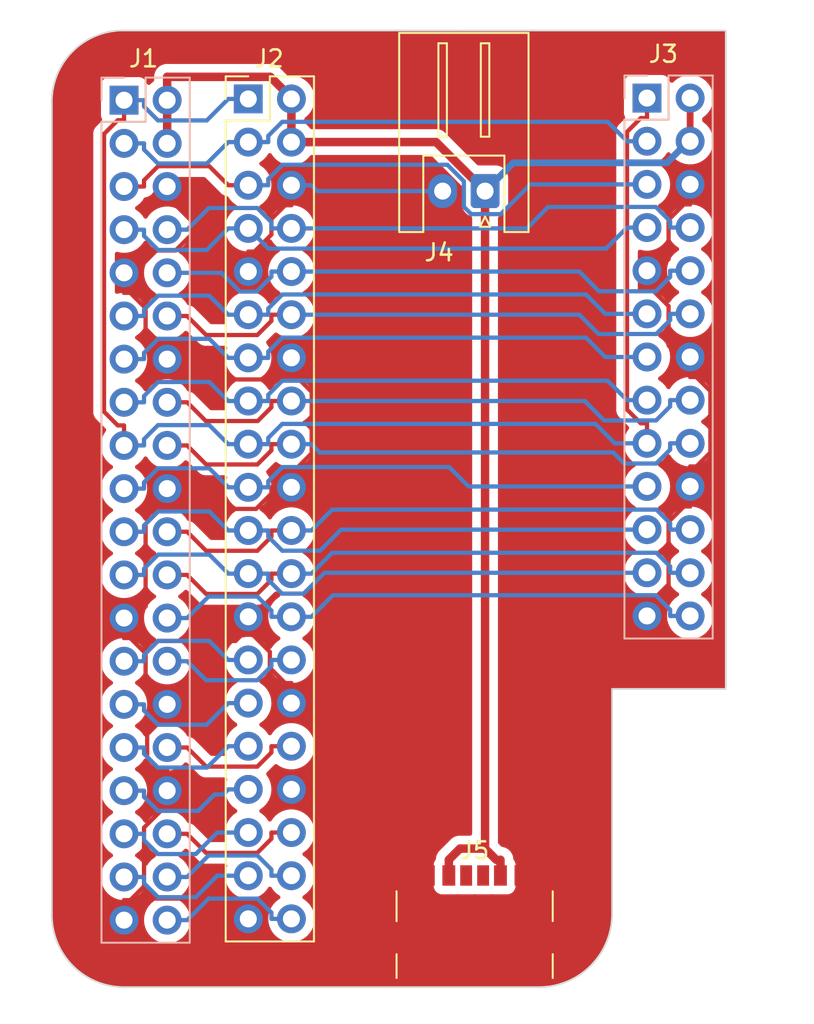
<source format=kicad_pcb>
(kicad_pcb (version 20221018) (generator pcbnew)
  (title_block (title "DuetPIAdapter") (date "2022-02-12") (rev "0.1b") (comment 1 "Author: Stephen Castello") (comment 2 "creativecommons.org/licenses/by-sa/4.0"))
  (layers (0 "F.Cu" signal) (31 "B.Cu" signal) (34 "B.Paste" user) (35 "F.Paste" user) (36 "B.SilkS" user "B.Silkscreen") (37 "F.SilkS" user "F.Silkscreen") (38 "B.Mask" user) (39 "F.Mask" user) (44 "Edge.Cuts" user))
  (net 0 "")
  (net 1 "+3.3V")
  (net 2 "+5V")
  (net 3 "GPIO2")
  (net 4 "GPIO3")
  (net 5 "GND")
  (net 6 "GPIO4")
  (net 7 "GPIO14")
  (net 8 "GPIO15")
  (net 9 "GPIO17")
  (net 10 "GPIO18")
  (net 11 "GPIO27")
  (net 12 "GPIO22")
  (net 13 "GPIO23")
  (net 14 "GPIO24")
  (net 15 "GPIO10")
  (net 16 "GPIO9")
  (net 17 "GPIO25")
  (net 18 "GPIO11")
  (net 19 "GPIO8")
  (net 20 "GPIO7")
  (net 21 "IDSD")
  (net 22 "IDSC")
  (net 23 "GPIO5")
  (net 24 "GPIO6")
  (net 25 "GPIO12")
  (net 26 "GPIO13")
  (net 27 "GPIO19")
  (net 28 "GPIO26")
  (net 29 "GPIO20")
  (net 30 "GPIO21")
  (net 31 "GPIO16")
  (footprint "Connector_PinHeader_2.54mm:PinHeader_2x20_P2.54mm_Vertical" (layer "F.Cu") (at 115.57 77.625)
    (fp_text reference "J2")
    (fp_text value "Conn_02x20_Odd_Even")
  )
  (footprint "Connector_USB:USB_C_Receptacle_GCT_USB4135-GF-A_6P_TopMnt_Horizontal" (layer "F.Cu") (at 128.905 126.365)
    (fp_text reference "J5")
    (fp_text value "USB_C_Receptacle_PowerOnly_6P")
  )
  (footprint "Connector_JST:JST_XH_S2B-XH-A_1x02_P2.50mm_Horizontal" (layer "F.Cu") (at 129.52 83.05 180)
    (fp_text reference "J4")
    (fp_text value "Conn_01x02_Male")
  )
  (footprint "Connector_PinSocket_2.54mm:PinSocket_2x20_P2.54mm_Vertical" (layer "B.Cu") (at 108.25 77.7 180)
    (fp_text reference "J1")
    (fp_text value "Conn_02x20_Odd_Even")
  )
  (footprint "Connector_PinSocket_2.54mm:PinSocket_2x13_P2.54mm_Vertical" (layer "B.Cu") (at 139.06 77.575 180)
    (fp_text reference "J3" hide)
    (fp_text value "Conn_02x13_Odd_Even")
  )
  (gr_line locked (start 108.235592 73.6) (end 143.7 73.6) (stroke (width 0.1)) (layer "Edge.Cuts"))
  (gr_arc locked (start 137 125.55) (mid 135.775222 128.604527) (end 132.75 129.9) (stroke (width 0.1)) (layer "Edge.Cuts"))
  (gr_line locked (start 143.7 112.35) (end 137 112.35) (stroke (width 0.1)) (layer "Edge.Cuts"))
  (gr_line locked (start 143.7 73.6) (end 143.7 112.35) (stroke (width 0.1)) (layer "Edge.Cuts"))
  (gr_arc locked (start 108.36156 129.9) (mid 105.298679 128.705697) (end 104 125.685592) (stroke (width 0.1)) (layer "Edge.Cuts"))
  (gr_line locked (start 104 125.685592) (end 104 77.907877) (stroke (width 0.1)) (layer "Edge.Cuts"))
  (gr_line locked (start 132.75 129.9) (end 108.36156 129.9) (stroke (width 0.1)) (layer "Edge.Cuts"))
  (gr_arc locked (start 104 77.907877) (mid 105.200696 74.852227) (end 108.235592 73.6) (stroke (width 0.1)) (layer "Edge.Cuts"))
  (gr_line locked (start 137 112.35) (end 137 125.55) (stroke (width 0.1)) (layer "Edge.Cuts"))
  (gr_text locked "J3" (at 139.065 75.565) (layer "F.SilkS") (effects (font (size 1 1)) (justify left bottom)))
  (segment (start 108.25 96.8431) (end 107.8822 96.8431) (width 0.25) (layer "F.Cu") (net 1))
  (segment (start 137.8831 95.909) (end 137.8831 79.5609) (width 0.25) (layer "F.Cu") (net 1))
  (segment (start 107.0731 79.6859) (end 107.8821 78.8769) (width 0.25) (layer "F.Cu") (net 1))
  (segment (start 139.06 77.575) (end 139.06 78.7519) (width 0.25) (layer "F.Cu") (net 1))
  (segment (start 139.06 96.7181) (end 138.6922 96.7181) (width 0.25) (layer "F.Cu") (net 1))
  (segment (start 139.06 97.895) (end 139.06 96.7181) (width 0.25) (layer "F.Cu") (net 1))
  (segment (start 138.6921 78.7519) (end 139.06 78.7519) (width 0.25) (layer "F.Cu") (net 1))
  (segment (start 107.8821 78.8769) (end 108.25 78.8769) (width 0.25) (layer "F.Cu") (net 1))
  (segment (start 107.0731 96.034) (end 107.0731 79.6859) (width 0.25) (layer "F.Cu") (net 1))
  (segment (start 138.6922 96.7181) (end 137.8831 95.909) (width 0.25) (layer "F.Cu") (net 1))
  (segment (start 137.8831 79.5609) (end 138.6921 78.7519) (width 0.25) (layer "F.Cu") (net 1))
  (segment (start 107.8822 96.8431) (end 107.0731 96.034) (width 0.25) (layer "F.Cu") (net 1))
  (segment (start 108.25 77.7) (end 108.25 78.8769) (width 0.25) (layer "F.Cu") (net 1))
  (segment (start 108.25 98.02) (end 108.25 96.8431) (width 0.25) (layer "F.Cu") (net 1))
  (segment (start 108.25 77.7) (end 109.4269 77.7) (width 0.25) (layer "B.Cu") (net 1))
  (segment (start 115.57 97.945) (end 114.3931 97.945) (width 0.25) (layer "B.Cu") (net 1))
  (segment (start 109.4269 78.0678) (end 110.2497 78.8906) (width 0.25) (layer "B.Cu") (net 1))
  (segment (start 116.7469 97.945) (end 116.7469 97.5792) (width 0.25) (layer "B.Cu") (net 1))
  (segment (start 137.166 97.895) (end 137.8831 97.895) (width 0.25) (layer "B.Cu") (net 1))
  (segment (start 116.7469 97.5792) (end 117.5734 96.7527) (width 0.25) (layer "B.Cu") (net 1))
  (segment (start 110.2497 78.8906) (end 113.1275 78.8906) (width 0.25) (layer "B.Cu") (net 1))
  (segment (start 110.2543 96.8248) (end 113.2729 96.8248) (width 0.25) (layer "B.Cu") (net 1))
  (segment (start 136.0237 96.7527) (end 137.166 97.895) (width 0.25) (layer "B.Cu") (net 1))
  (segment (start 109.4269 98.02) (end 109.4269 97.6522) (width 0.25) (layer "B.Cu") (net 1))
  (segment (start 109.4269 77.7) (end 109.4269 78.0678) (width 0.25) (layer "B.Cu") (net 1))
  (segment (start 115.57 77.625) (end 114.3931 77.625) (width 0.25) (layer "B.Cu") (net 1))
  (segment (start 139.06 97.895) (end 137.8831 97.895) (width 0.25) (layer "B.Cu") (net 1))
  (segment (start 115.57 97.945) (end 116.7469 97.945) (width 0.25) (layer "B.Cu") (net 1))
  (segment (start 117.5734 96.7527) (end 136.0237 96.7527) (width 0.25) (layer "B.Cu") (net 1))
  (segment (start 108.25 98.02) (end 109.4269 98.02) (width 0.25) (layer "B.Cu") (net 1))
  (segment (start 113.2729 96.8248) (end 114.3931 97.945) (width 0.25) (layer "B.Cu") (net 1))
  (segment (start 109.4269 97.6522) (end 110.2543 96.8248) (width 0.25) (layer "B.Cu") (net 1))
  (segment (start 113.1275 78.8906) (end 114.3931 77.625) (width 0.25) (layer "B.Cu") (net 1))
  (segment (start 116.87 76.325) (end 118.11 77.565) (width 0.5) (layer "F.Cu") (net 2))
  (segment (start 130.425 123.3325) (end 130.425 122.4056) (width 0.5) (layer "F.Cu") (net 2))
  (segment (start 126.635 80.165) (end 118.11 80.165) (width 0.5) (layer "F.Cu") (net 2))
  (segment (start 110.79 76.325) (end 116.87 76.325) (width 0.5) (layer "F.Cu") (net 2))
  (segment (start 129.52 121.7506) (end 129.52 83.05) (width 0.5) (layer "F.Cu") (net 2))
  (segment (start 127.385 123.3325) (end 127.385 122.4056) (width 0.5) (layer "F.Cu") (net 2))
  (segment (start 130.175 122.4056) (end 129.52 121.7506) (width 0.5) (layer "F.Cu") (net 2))
  (segment (start 118.11 77.565) (end 118.11 80.165) (width 0.5) (layer "F.Cu") (net 2))
  (segment (start 110.79 80.24) (end 110.79 78.895) (width 0.5) (layer "F.Cu") (net 2))
  (segment (start 110.79 78.895) (end 110.79 77.7) (width 0.5) (layer "F.Cu") (net 2))
  (segment (start 128.04 121.7506) (end 129.52 121.7506) (width 0.5) (layer "F.Cu") (net 2))
  (segment (start 141.6 80.115) (end 141.6 77.575) (width 0.4) (layer "F.Cu") (net 2))
  (segment (start 129.52 83.05) (end 126.635 80.165) (width 0.5) (layer "F.Cu") (net 2))
  (segment (start 110.79 78.105) (end 110.79 76.325) (width 0.5) (layer "F.Cu") (net 2))
  (segment (start 127.385 122.4056) (end 128.04 121.7506) (width 0.5) (layer "F.Cu") (net 2))
  (segment (start 141.5 80.115) (end 140.2307 81.3843) (width 0.4) (layer "B.Cu") (net 2))
  (segment (start 140.2307 81.3843) (end 131.1857 81.3843) (width 0.4) (layer "B.Cu") (net 2))
  (segment (start 131.1857 81.3843) (end 129.52 83.05) (width 0.4) (layer "B.Cu") (net 2))
  (segment (start 141.6 80.115) (end 141.5 80.115) (width 0.4) (layer "B.Cu") (net 2))
  (segment (start 136.7393 78.9712) (end 117.5749 78.9712) (width 0.25) (layer "B.Cu") (net 3))
  (segment (start 115.57 80.165) (end 116.7469 80.165) (width 0.25) (layer "B.Cu") (net 3))
  (segment (start 137.8831 80.115) (end 136.7393 78.9712) (width 0.25) (layer "B.Cu") (net 3))
  (segment (start 139.06 80.115) (end 137.8831 80.115) (width 0.25) (layer "B.Cu") (net 3))
  (segment (start 109.4269 80.6058) (end 109.4269 80.24) (width 0.25) (layer "B.Cu") (net 3))
  (segment (start 114.3931 80.165) (end 113.1325 81.4256) (width 0.25) (layer "B.Cu") (net 3))
  (segment (start 108.25 80.24) (end 109.4269 80.24) (width 0.25) (layer "B.Cu") (net 3))
  (segment (start 116.7469 79.7992) (end 116.7469 80.165) (width 0.25) (layer "B.Cu") (net 3))
  (segment (start 110.2467 81.4256) (end 109.4269 80.6058) (width 0.25) (layer "B.Cu") (net 3))
  (segment (start 117.5749 78.9712) (end 116.7469 79.7992) (width 0.25) (layer "B.Cu") (net 3))
  (segment (start 113.1325 81.4256) (end 110.2467 81.4256) (width 0.25) (layer "B.Cu") (net 3))
  (segment (start 115.57 80.165) (end 114.3931 80.165) (width 0.25) (layer "B.Cu") (net 3))
  (segment (start 110.2564 81.5847) (end 109.4269 82.4142) (width 0.25) (layer "F.Cu") (net 4))
  (segment (start 108.25 82.78) (end 109.4269 82.78) (width 0.25) (layer "F.Cu") (net 4))
  (segment (start 109.4269 82.4142) (end 109.4269 82.78) (width 0.25) (layer "F.Cu") (net 4))
  (segment (start 114.3931 82.705) (end 113.2728 81.5847) (width 0.25) (layer "F.Cu") (net 4))
  (segment (start 113.2728 81.5847) (end 110.2564 81.5847) (width 0.25) (layer "F.Cu") (net 4))
  (segment (start 115.57 82.705) (end 114.3931 82.705) (width 0.25) (layer "F.Cu") (net 4))
  (segment (start 132.1925 82.655) (end 130.4415 84.406) (width 0.25) (layer "B.Cu") (net 4))
  (segment (start 127.2976 81.4994) (end 117.5867 81.4994) (width 0.25) (layer "B.Cu") (net 4))
  (segment (start 117.5867 81.4994) (end 116.7469 82.3392) (width 0.25) (layer "B.Cu") (net 4))
  (segment (start 115.57 82.705) (end 116.7469 82.705) (width 0.25) (layer "B.Cu") (net 4))
  (segment (start 128.2695 83.9687) (end 128.2695 82.4713) (width 0.25) (layer "B.Cu") (net 4))
  (segment (start 130.4415 84.406) (end 128.7068 84.406) (width 0.25) (layer "B.Cu") (net 4))
  (segment (start 116.7469 82.3392) (end 116.7469 82.705) (width 0.25) (layer "B.Cu") (net 4))
  (segment (start 139.06 82.655) (end 132.1925 82.655) (width 0.25) (layer "B.Cu") (net 4))
  (segment (start 128.2695 82.4713) (end 127.2976 81.4994) (width 0.25) (layer "B.Cu") (net 4))
  (segment (start 128.7068 84.406) (end 128.2695 83.9687) (width 0.25) (layer "B.Cu") (net 4))
  (segment (start 108.25 87.86) (end 108.25 88.4484) (width 0.25) (layer "F.Cu") (net 5))
  (segment (start 115.57 125.885) (end 114.3931 125.885) (width 0.25) (layer "F.Cu") (net 5))
  (segment (start 139.06 108.055) (end 139.06 107.4665) (width 0.25) (layer "F.Cu") (net 5))
  (segment (start 110.1521 86.5463) (end 108.25 88.4484) (width 0.25) (layer "F.Cu") (net 5))
  (segment (start 110.79 118.34) (end 110.79 117.1631) (width 0.25) (layer "F.Cu") (net 5))
  (segment (start 115.5079 108.7555) (end 115.57 108.6934) (width 0.25) (layer "F.Cu") (net 5))
  (segment (start 109.52 107.4984) (end 109.52 102.6411) (width 0.25) (layer "F.Cu") (net 5))
  (segment (start 141.6 82.655) (end 141.6 83.8319) (width 0.25) (layer "F.Cu") (net 5))
  (segment (start 109.4269 120.5142) (end 110.4242 119.5169) (width 0.25) (layer "F.Cu") (net 5))
  (segment (start 115.9358 86.6081) (end 115.57 86.6081) (width 0.25) (layer "F.Cu") (net 5))
  (segment (start 118.11 82.705) (end 118.11 83.8819) (width 0.25) (layer "F.Cu") (net 5))
  (segment (start 111.2854 86.5463) (end 110.1521 86.5463) (width 0.25) (layer "F.Cu") (net 5))
  (segment (start 117.7421 83.8819) (end 116.9331 84.6909) (width 0.25) (layer "F.Cu") (net 5))
  (segment (start 110.79 92.94) (end 110.79 92.4274) (width 0.25) (layer "F.Cu") (net 5))
  (segment (start 114.8192 109.5267) (end 115.5079 108.838) (width 0.25) (layer "F.Cu") (net 5))
  (segment (start 109.52 89.9411) (end 108.6158 89.0369) (width 0.25) (layer "F.Cu") (net 5))
  (segment (start 140.33 106.1965) (end 140.33 102.5161) (width 0.25) (layer "F.Cu") (net 5))
  (segment (start 118.4758 94.0419) (end 118.11 94.0419) (width 0.25) (layer "F.Cu") (net 5))
  (segment (start 108.25 108.18) (end 108.25 108.7684) (width 0.25) (layer "F.Cu") (net 5))
  (segment (start 109.4269 123.9741) (end 109.4269 120.5142) (width 0.25) (layer "F.Cu") (net 5))
  (segment (start 140.33 102.5161) (end 141.2342 101.6119) (width 0.25) (layer "F.Cu") (net 5))
  (segment (start 109.52 91.1574) (end 109.52 89.9411) (width 0.25) (layer "F.Cu") (net 5))
  (segment (start 118.11 94.0404) (end 118.11 94.0419) (width 0.25) (layer "F.Cu") (net 5))
  (segment (start 112.4976 94.135) (end 110.79 92.4274) (width 0.25) (layer "F.Cu") (net 5))
  (segment (start 109.52 102.6411) (end 110.4242 101.7369) (width 0.25) (layer "F.Cu") (net 5))
  (segment (start 110.4242 101.7369) (end 110.79 101.7369) (width 0.25) (layer "F.Cu") (net 5))
  (segment (start 139.4258 88.9119) (end 139.06 88.9119) (width 0.25) (layer "F.Cu") (net 5))
  (segment (start 109.4269 123.9741) (end 110.1428 124.69) (width 0.25) (layer "F.Cu") (net 5))
  (segment (start 119.304 94.8701) (end 118.4758 94.0419) (width 0.25) (layer "F.Cu") (net 5))
  (segment (start 116.0289 101.755) (end 116.9331 100.8508) (width 0.25) (layer "F.Cu") (net 5))
  (segment (start 116.9331 100.8508) (end 116.9331 100.485) (width 0.25) (layer "F.Cu") (net 5))
  (segment (start 140.33 92.1334) (end 140.33 89.8161) (width 0.25) (layer "F.Cu") (net 5))
  (segment (start 141.9658 93.9919) (end 141.6 93.9919) (width 0.25) (layer "F.Cu") (net 5))
  (segment (start 118.0154 94.135) (end 112.4976 94.135) (width 0.25) (layer "F.Cu") (net 5))
  (segment (start 110.79 82.78) (end 110.79 83.3684) (width 0.25) (layer "F.Cu") (net 5))
  (segment (start 118.11 92.865) (end 118.11 93.9285) (width 0.25) (layer "F.Cu") (net 5))
  (segment (start 109.6131 115.0253) (end 110.79 113.8484) (width 0.25) (layer "F.Cu") (net 5))
  (segment (start 110.4221 117.1631) (end 109.6131 116.3541) (width 0.25) (layer "F.Cu") (net 5))
  (segment (start 141.9678 99.2581) (end 142.794 98.4319) (width 0.25) (layer "F.Cu") (net 5))
  (segment (start 110.79 101.6604) (end 110.79 101.7369) (width 0.25) (layer "F.Cu") (net 5))
  (segment (start 110.79 92.4274) (end 109.52 91.1574) (width 0.25) (layer "F.Cu") (net 5))
  (segment (start 117.7442 112.0081) (end 118.11 112.0081) (width 0.25) (layer "F.Cu") (net 5))
  (segment (start 110.79 113.5542) (end 110.79 113.8484) (width 0.25) (layer "F.Cu") (net 5))
  (segment (start 131.655 123.3325) (end 131.655 123.7959) (width 0.25) (layer "F.Cu") (net 5))
  (segment (start 110.8846 101.755) (end 116.0289 101.755) (width 0.25) (layer "F.Cu") (net 5))
  (segment (start 126.155 123.3325) (end 126.155 123.7959) (width 0.25) (layer "F.Cu") (net 5))
  (segment (start 110.79 101.586) (end 110.79 101.6604) (width 0.25) (layer "F.Cu") (net 5))
  (segment (start 118.11 99.3081) (end 118.4778 99.3081) (width 0.25) (layer "F.Cu") (net 5))
  (segment (start 109.52 110.2611) (end 108.6158 109.3569) (width 0.25) (layer "F.Cu") (net 5))
  (segment (start 115.5079 108.838) (end 116.84 110.1701) (width 0.25) (layer "F.Cu") (net 5))
  (segment (start 141.6 101.0234) (end 141.6 101.6119) (width 0.25) (layer "F.Cu") (net 5))
  (segment (start 141.6 99.2581) (end 141.9678 99.2581) (width 0.25) (layer "F.Cu") (net 5))
  (segment (start 115.57 108.105) (end 115.57 108.6934) (width 0.25) (layer "F.Cu") (net 5))
  (segment (start 118.11 94.0404) (end 118.0154 94.135) (width 0.25) (layer "F.Cu") (net 5))
  (segment (start 113.1981 124.69) (end 114.3931 125.885) (width 0.25) (layer "F.Cu") (net 5))
  (segment (start 108.25 125.96) (end 108.25 124.7831) (width 0.25) (layer "F.Cu") (net 5))
  (segment (start 110.79 83.3684) (end 112.2199 84.7983) (width 0.25) (layer "F.Cu") (net 5))
  (segment (start 142.794 98.4319) (end 142.794 94.8201) (width 0.25) (layer "F.Cu") (net 5))
  (segment (start 118.11 83.8819) (end 117.7421 83.8819) (width 0.25) (layer "F.Cu") (net 5))
  (segment (start 108.6158 109.3569) (end 108.25 109.3569) (width 0.25) (layer "F.Cu") (net 5))
  (segment (start 112.2199 85.6118) (end 111.2854 86.5463) (width 0.25) (layer "F.Cu") (net 5))
  (segment (start 116.9331 84.6909) (end 116.9331 85.6108) (width 0.25) (layer "F.Cu") (net 5))
  (segment (start 108.25 88.4484) (end 108.25 89.0369) (width 0.25) (layer "F.Cu") (net 5))
  (segment (start 110.79 113.5542) (end 109.52 112.2842) (width 0.25) (layer "F.Cu") (net 5))
  (segment (start 109.6131 116.3541) (end 109.6131 115.0253) (width 0.25) (layer "F.Cu") (net 5))
  (segment (start 110.79 100.56) (end 110.79 101.586) (width 0.25) (layer "F.Cu") (net 5))
  (segment (start 110.1428 124.69) (end 113.1981 124.69) (width 0.25) (layer "F.Cu") (net 5))
  (segment (start 141.6 92.815) (end 141.6 93.4034) (width 0.25) (layer "F.Cu") (net 5))
  (segment (start 110.2544 109.5267) (end 114.8192 109.5267) (width 0.25) (layer "F.Cu") (net 5))
  (segment (start 110.79 101.6604) (end 110.8846 101.755) (width 0.25) (layer "F.Cu") (net 5))
  (segment (start 141.6 101.0234) (end 141.6 100.435) (width 0.25) (layer "F.Cu") (net 5))
  (segment (start 110.79 118.34) (end 110.79 119.5169) (width 0.25) (layer "F.Cu") (net 5))
  (segment (start 109.52 110.2611) (end 110.2544 109.5267) (width 0.25) (layer "F.Cu") (net 5))
  (segment (start 118.11 113.185) (end 118.11 112.0081) (width 0.25) (layer "F.Cu") (net 5))
  (segment (start 108.6158 89.0369) (end 108.25 89.0369) (width 0.25) (layer "F.Cu") (net 5))
  (segment (start 115.5079 108.838) (end 115.5079 108.7555) (width 0.25) (layer "F.Cu") (net 5))
  (segment (start 142.794 94.8201) (end 141.9658 93.9919) (width 0.25) (layer "F.Cu") (net 5))
  (segment (start 141.2342 101.6119) (end 141.6 101.6119) (width 0.25) (layer "F.Cu") (net 5))
  (segment (start 109.52 112.2842) (end 109.52 110.2611) (width 0.25) (layer "F.Cu") (net 5))
  (segment (start 108.25 124.7831) (end 108.6179 124.7831) (width 0.25) (layer "F.Cu") (net 5))
  (segment (start 112.2199 84.7983) (end 112.2199 85.6118) (width 0.25) (layer "F.Cu") (net 5))
  (segment (start 141.6 93.4034) (end 140.33 92.1334) (width 0.25) (layer "F.Cu") (net 5))
  (segment (start 110.79 113.26) (end 110.79 113.5542) (width 0.25) (layer "F.Cu") (net 5))
  (segment (start 139.06 87.735) (end 139.06 88.3234) (width 0.25) (layer "F.Cu") (net 5))
  (segment (start 141.6 100.435) (end 141.6 99.2581) (width 0.25) (layer "F.Cu") (net 5))
  (segment (start 112.2199 85.6118) (end 114.3931 87.785) (width 0.25) (layer "F.Cu") (net 5))
  (segment (start 140.33 87.0534) (end 140.33 84.7361) (width 0.25) (layer "F.Cu") (net 5))
  (segment (start 110.79 117.1631) (end 110.4221 117.1631) (width 0.25) (layer "F.Cu") (net 5))
  (segment (start 139.06 88.3234) (end 140.33 87.0534) (width 0.25) (layer "F.Cu") (net 5))
  (segment (start 108.6179 124.7831) (end 109.4269 123.9741) (width 0.25) (layer "F.Cu") (net 5))
  (segment (start 139.06 88.3234) (end 139.06 88.9119) (width 0.25) (layer "F.Cu") (net 5))
  (segment (start 118.11 100.485) (end 116.9331 100.485) (width 0.25) (layer "F.Cu") (net 5))
  (segment (start 141.6 93.4034) (end 141.6 93.9919) (width 0.25) (layer "F.Cu") (net 5))
  (segment (start 141.2342 83.8319) (end 141.6 83.8319) (width 0.25) (layer "F.Cu") (net 5))
  (segment (start 115.57 87.785) (end 115.57 86.6081) (width 0.25) (layer "F.Cu") (net 5))
  (segment (start 139.06 107.4665) (end 140.33 106.1965) (width 0.25) (layer "F.Cu") (net 5))
  (segment (start 116.84 110.1701) (end 116.84 111.1039) (width 0.25) (layer "F.Cu") (net 5))
  (segment (start 116.84 111.1039) (end 117.7442 112.0081) (width 0.25) (layer "F.Cu") (net 5))
  (segment (start 140.33 84.7361) (end 141.2342 83.8319) (width 0.25) (layer "F.Cu") (net 5))
  (segment (start 108.25 108.7684) (end 109.52 107.4984) (width 0.25) (layer "F.Cu") (net 5))
  (segment (start 140.33 89.8161) (end 139.4258 88.9119) (width 0.25) (layer "F.Cu") (net 5))
  (segment (start 108.25 108.7684) (end 108.25 109.3569) (width 0.25) (layer "F.Cu") (net 5))
  (segment (start 118.11 100.485) (end 118.11 99.3081) (width 0.25) (layer "F.Cu") (net 5))
  (segment (start 116.9331 85.6108) (end 115.9358 86.6081) (width 0.25) (layer "F.Cu") (net 5))
  (segment (start 118.11 93.9285) (end 118.11 94.0404) (width 0.25) (layer "F.Cu") (net 5))
  (segment (start 110.4242 119.5169) (end 110.79 119.5169) (width 0.25) (layer "F.Cu") (net 5))
  (segment (start 119.304 98.4819) (end 119.304 94.8701) (width 0.25) (layer "F.Cu") (net 5))
  (segment (start 115.57 87.785) (end 114.3931 87.785) (width 0.25) (layer "F.Cu") (net 5))
  (segment (start 118.4778 99.3081) (end 119.304 98.4819) (width 0.25) (layer "F.Cu") (net 5))
  (segment (start 127.02 83.05) (end 119.6319 83.05) (width 0.25) (layer "B.Cu") (net 5))
  (segment (start 118.11 82.705) (end 119.2869 82.705) (width 0.25) (layer "B.Cu") (net 5))
  (segment (start 119.6319 83.05) (end 119.2869 82.705) (width 0.25) (layer "B.Cu") (net 5))
  (segment (start 136.6425 86.4356) (end 137.8831 85.195) (width 0.25) (layer "B.Cu") (net 6))
  (segment (start 114.3931 85.245) (end 113.1231 86.515) (width 0.25) (layer "B.Cu") (net 6))
  (segment (start 113.1231 86.515) (end 110.2561 86.515) (width 0.25) (layer "B.Cu") (net 6))
  (segment (start 108.25 85.32) (end 109.4269 85.32) (width 0.25) (layer "B.Cu") (net 6))
  (segment (start 115.57 85.245) (end 116.7606 86.4356) (width 0.25) (layer "B.Cu") (net 6))
  (segment (start 116.7606 86.4356) (end 136.6425 86.4356) (width 0.25) (layer "B.Cu") (net 6))
  (segment (start 110.2561 86.515) (end 109.4269 85.6858) (width 0.25) (layer "B.Cu") (net 6))
  (segment (start 109.4269 85.6858) (end 109.4269 85.32) (width 0.25) (layer "B.Cu") (net 6))
  (segment (start 139.06 85.195) (end 137.8831 85.195) (width 0.25) (layer "B.Cu") (net 6))
  (segment (start 115.57 85.245) (end 114.3931 85.245) (width 0.25) (layer "B.Cu") (net 6))
  (segment (start 116.9331 84.8772) (end 116.1011 84.0452) (width 0.25) (layer "B.Cu") (net 7))
  (segment (start 116.9331 85.245) (end 116.9331 84.8772) (width 0.25) (layer "B.Cu") (net 7))
  (segment (start 133.2387 83.9829) (end 139.5788 83.9829) (width 0.25) (layer "B.Cu") (net 7))
  (segment (start 110.79 85.32) (end 111.9669 85.32) (width 0.25) (layer "B.Cu") (net 7))
  (segment (start 113.2417 84.0452) (end 111.9669 85.32) (width 0.25) (layer "B.Cu") (net 7))
  (segment (start 118.11 85.245) (end 116.9331 85.245) (width 0.25) (layer "B.Cu") (net 7))
  (segment (start 116.1011 84.0452) (end 113.2417 84.0452) (width 0.25) (layer "B.Cu") (net 7))
  (segment (start 118.11 85.245) (end 131.9766 85.245) (width 0.25) (layer "B.Cu") (net 7))
  (segment (start 140.4231 84.8272) (end 140.4231 85.195) (width 0.25) (layer "B.Cu") (net 7))
  (segment (start 139.5788 83.9829) (end 140.4231 84.8272) (width 0.25) (layer "B.Cu") (net 7))
  (segment (start 131.9766 85.245) (end 133.2387 83.9829) (width 0.25) (layer "B.Cu") (net 7))
  (segment (start 141.6 85.195) (end 140.4231 85.195) (width 0.25) (layer "B.Cu") (net 7))
  (segment (start 140.4231 88.1028) (end 139.5792 88.9467) (width 0.25) (layer "B.Cu") (net 8))
  (segment (start 111.9669 87.86) (end 113.9806 87.86) (width 0.25) (layer "B.Cu") (net 8))
  (segment (start 116.0575 88.9619) (end 116.9331 88.0863) (width 0.25) (layer "B.Cu") (net 8))
  (segment (start 116.9331 88.0863) (end 116.9331 87.785) (width 0.25) (layer "B.Cu") (net 8))
  (segment (start 110.79 87.86) (end 111.9669 87.86) (width 0.25) (layer "B.Cu") (net 8))
  (segment (start 115.0825 88.9619) (end 116.0575 88.9619) (width 0.25) (layer "B.Cu") (net 8))
  (segment (start 136.234 88.9467) (end 135.0723 87.785) (width 0.25) (layer "B.Cu") (net 8))
  (segment (start 139.5792 88.9467) (end 136.234 88.9467) (width 0.25) (layer "B.Cu") (net 8))
  (segment (start 113.9806 87.86) (end 115.0825 88.9619) (width 0.25) (layer "B.Cu") (net 8))
  (segment (start 135.0723 87.785) (end 118.11 87.785) (width 0.25) (layer "B.Cu") (net 8))
  (segment (start 141.6 87.735) (end 140.4231 87.735) (width 0.25) (layer "B.Cu") (net 8))
  (segment (start 118.11 87.785) (end 116.9331 87.785) (width 0.25) (layer "B.Cu") (net 8))
  (segment (start 140.4231 87.735) (end 140.4231 88.1028) (width 0.25) (layer "B.Cu") (net 8))
  (segment (start 139.06 90.275) (end 137.8831 90.275) (width 0.25) (layer "B.Cu") (net 9))
  (segment (start 136.6049 90.275) (end 137.8831 90.275) (width 0.25) (layer "B.Cu") (net 9))
  (segment (start 116.7469 89.9592) (end 117.5719 89.1342) (width 0.25) (layer "B.Cu") (net 9))
  (segment (start 109.4269 90.4) (end 109.4269 90.0322) (width 0.25) (layer "B.Cu") (net 9))
  (segment (start 135.4641 89.1342) (end 136.6049 90.275) (width 0.25) (layer "B.Cu") (net 9))
  (segment (start 116.7469 90.325) (end 116.7469 89.9592) (width 0.25) (layer "B.Cu") (net 9))
  (segment (start 110.2543 89.2048) (end 113.2729 89.2048) (width 0.25) (layer "B.Cu") (net 9))
  (segment (start 115.57 90.325) (end 114.3931 90.325) (width 0.25) (layer "B.Cu") (net 9))
  (segment (start 108.25 90.4) (end 109.4269 90.4) (width 0.25) (layer "B.Cu") (net 9))
  (segment (start 109.4269 90.0322) (end 110.2543 89.2048) (width 0.25) (layer "B.Cu") (net 9))
  (segment (start 113.2729 89.2048) (end 114.3931 90.325) (width 0.25) (layer "B.Cu") (net 9))
  (segment (start 115.57 90.325) (end 116.7469 90.325) (width 0.25) (layer "B.Cu") (net 9))
  (segment (start 117.5719 89.1342) (end 135.4641 89.1342) (width 0.25) (layer "B.Cu") (net 9))
  (segment (start 116.1036 91.5203) (end 116.9331 90.6908) (width 0.25) (layer "F.Cu") (net 10))
  (segment (start 116.9331 90.6908) (end 116.9331 90.325) (width 0.25) (layer "F.Cu") (net 10))
  (segment (start 111.9669 90.4) (end 113.0872 91.5203) (width 0.25) (layer "F.Cu") (net 10))
  (segment (start 118.11 90.325) (end 116.9331 90.325) (width 0.25) (layer "F.Cu") (net 10))
  (segment (start 113.0872 91.5203) (end 116.1036 91.5203) (width 0.25) (layer "F.Cu") (net 10))
  (segment (start 110.79 90.4) (end 111.9669 90.4) (width 0.25) (layer "F.Cu") (net 10))
  (segment (start 135.0723 90.325) (end 118.11 90.325) (width 0.25) (layer "B.Cu") (net 10))
  (segment (start 141.6 90.275) (end 140.4231 90.275) (width 0.25) (layer "B.Cu") (net 10))
  (segment (start 140.4231 90.6428) (end 139.6049 91.461) (width 0.25) (layer "B.Cu") (net 10))
  (segment (start 139.6049 91.461) (end 136.2083 91.461) (width 0.25) (layer "B.Cu") (net 10))
  (segment (start 140.4231 90.275) (end 140.4231 90.6428) (width 0.25) (layer "B.Cu") (net 10))
  (segment (start 136.2083 91.461) (end 135.0723 90.325) (width 0.25) (layer "B.Cu") (net 10))
  (segment (start 113.2729 91.7448) (end 114.3931 92.865) (width 0.25) (layer "B.Cu") (net 11))
  (segment (start 108.25 92.94) (end 109.4269 92.94) (width 0.25) (layer "B.Cu") (net 11))
  (segment (start 109.4269 92.5722) (end 110.2543 91.7448) (width 0.25) (layer "B.Cu") (net 11))
  (segment (start 136.6049 92.815) (end 137.8831 92.815) (width 0.25) (layer "B.Cu") (net 11))
  (segment (start 139.06 92.815) (end 137.8831 92.815) (width 0.25) (layer "B.Cu") (net 11))
  (segment (start 109.4269 92.94) (end 109.4269 92.5722) (width 0.25) (layer "B.Cu") (net 11))
  (segment (start 110.2543 91.7448) (end 113.2729 91.7448) (width 0.25) (layer "B.Cu") (net 11))
  (segment (start 115.57 92.865) (end 116.7469 92.865) (width 0.25) (layer "B.Cu") (net 11))
  (segment (start 117.5719 91.6742) (end 135.4641 91.6742) (width 0.25) (layer "B.Cu") (net 11))
  (segment (start 135.4641 91.6742) (end 136.6049 92.815) (width 0.25) (layer "B.Cu") (net 11))
  (segment (start 115.57 92.865) (end 114.3931 92.865) (width 0.25) (layer "B.Cu") (net 11))
  (segment (start 116.7469 92.4992) (end 117.5719 91.6742) (width 0.25) (layer "B.Cu") (net 11))
  (segment (start 116.7469 92.865) (end 116.7469 92.4992) (width 0.25) (layer "B.Cu") (net 11))
  (segment (start 109.4269 95.1142) (end 109.4269 95.48) (width 0.25) (layer "B.Cu") (net 12))
  (segment (start 113.2728 94.2847) (end 110.2564 94.2847) (width 0.25) (layer "B.Cu") (net 12))
  (segment (start 115.57 95.405) (end 114.3931 95.405) (width 0.25) (layer "B.Cu") (net 12))
  (segment (start 114.3931 95.405) (end 113.2728 94.2847) (width 0.25) (layer "B.Cu") (net 12))
  (segment (start 139.06 95.355) (end 137.8831 95.355) (width 0.25) (layer "B.Cu") (net 12))
  (segment (start 136.7393 94.2112) (end 117.5749 94.2112) (width 0.25) (layer "B.Cu") (net 12))
  (segment (start 115.57 95.405) (end 116.7469 95.405) (width 0.25) (layer "B.Cu") (net 12))
  (segment (start 108.25 95.48) (end 109.4269 95.48) (width 0.25) (layer "B.Cu") (net 12))
  (segment (start 137.8831 95.355) (end 136.7393 94.2112) (width 0.25) (layer "B.Cu") (net 12))
  (segment (start 116.7469 95.0392) (end 116.7469 95.405) (width 0.25) (layer "B.Cu") (net 12))
  (segment (start 110.2564 94.2847) (end 109.4269 95.1142) (width 0.25) (layer "B.Cu") (net 12))
  (segment (start 117.5749 94.2112) (end 116.7469 95.0392) (width 0.25) (layer "B.Cu") (net 12))
  (segment (start 110.79 95.48) (end 111.9669 95.48) (width 0.25) (layer "F.Cu") (net 13))
  (segment (start 113.07 96.5831) (end 111.9669 95.48) (width 0.25) (layer "F.Cu") (net 13))
  (segment (start 118.11 95.405) (end 116.9331 95.405) (width 0.25) (layer "F.Cu") (net 13))
  (segment (start 116.9331 95.7728) (end 116.1228 96.5831) (width 0.25) (layer "F.Cu") (net 13))
  (segment (start 116.1228 96.5831) (end 113.07 96.5831) (width 0.25) (layer "F.Cu") (net 13))
  (segment (start 116.9331 95.405) (end 116.9331 95.7728) (width 0.25) (layer "F.Cu") (net 13))
  (segment (start 140.4231 95.7208) (end 140.4231 95.355) (width 0.25) (layer "B.Cu") (net 13))
  (segment (start 118.11 95.405) (end 135.3909 95.405) (width 0.25) (layer "B.Cu") (net 13))
  (segment (start 135.3909 95.405) (end 136.5346 96.5487) (width 0.25) (layer "B.Cu") (net 13))
  (segment (start 139.5952 96.5487) (end 140.4231 95.7208) (width 0.25) (layer "B.Cu") (net 13))
  (segment (start 136.5346 96.5487) (end 139.5952 96.5487) (width 0.25) (layer "B.Cu") (net 13))
  (segment (start 141.6 95.355) (end 140.4231 95.355) (width 0.25) (layer "B.Cu") (net 13))
  (segment (start 116.9331 98.3108) (end 116.9331 97.945) (width 0.25) (layer "F.Cu") (net 14))
  (segment (start 111.9669 98.02) (end 113.0872 99.1403) (width 0.25) (layer "F.Cu") (net 14))
  (segment (start 116.1036 99.1403) (end 116.9331 98.3108) (width 0.25) (layer "F.Cu") (net 14))
  (segment (start 110.79 98.02) (end 111.9669 98.02) (width 0.25) (layer "F.Cu") (net 14))
  (segment (start 113.0872 99.1403) (end 116.1036 99.1403) (width 0.25) (layer "F.Cu") (net 14))
  (segment (start 118.11 97.945) (end 116.9331 97.945) (width 0.25) (layer "F.Cu") (net 14))
  (segment (start 137.7184 99.0843) (end 137.0667 98.4326) (width 0.25) (layer "B.Cu") (net 14))
  (segment (start 141.6 97.895) (end 140.4231 97.895) (width 0.25) (layer "B.Cu") (net 14))
  (segment (start 140.4231 97.895) (end 140.4231 98.2628) (width 0.25) (layer "B.Cu") (net 14))
  (segment (start 119.7745 98.4326) (end 119.2869 97.945) (width 0.25) (layer "B.Cu") (net 14))
  (segment (start 139.6016 99.0843) (end 137.7184 99.0843) (width 0.25) (layer "B.Cu") (net 14))
  (segment (start 137.0667 98.4326) (end 119.7745 98.4326) (width 0.25) (layer "B.Cu") (net 14))
  (segment (start 140.4231 98.2628) (end 139.6016 99.0843) (width 0.25) (layer "B.Cu") (net 14))
  (segment (start 118.11 97.945) (end 119.2869 97.945) (width 0.25) (layer "B.Cu") (net 14))
  (segment (start 116.7469 100.1248) (end 117.5775 99.2942) (width 0.25) (layer "B.Cu") (net 15))
  (segment (start 115.57 100.485) (end 116.7469 100.485) (width 0.25) (layer "B.Cu") (net 15))
  (segment (start 113.2729 99.3648) (end 114.3931 100.485) (width 0.25) (layer "B.Cu") (net 15))
  (segment (start 128.5488 100.435) (end 139.06 100.435) (width 0.25) (layer "B.Cu") (net 15))
  (segment (start 109.4269 100.1922) (end 110.2543 99.3648) (width 0.25) (layer "B.Cu") (net 15))
  (segment (start 116.7469 100.485) (end 116.7469 100.1248) (width 0.25) (layer "B.Cu") (net 15))
  (segment (start 109.4269 100.56) (end 109.4269 100.1922) (width 0.25) (layer "B.Cu") (net 15))
  (segment (start 110.2543 99.3648) (end 113.2729 99.3648) (width 0.25) (layer "B.Cu") (net 15))
  (segment (start 127.408 99.2942) (end 128.5488 100.435) (width 0.25) (layer "B.Cu") (net 15))
  (segment (start 108.25 100.56) (end 109.4269 100.56) (width 0.25) (layer "B.Cu") (net 15))
  (segment (start 117.5775 99.2942) (end 127.408 99.2942) (width 0.25) (layer "B.Cu") (net 15))
  (segment (start 115.57 100.485) (end 114.3931 100.485) (width 0.25) (layer "B.Cu") (net 15))
  (segment (start 110.2543 101.9048) (end 113.2729 101.9048) (width 0.25) (layer "B.Cu") (net 16))
  (segment (start 139.06 102.975) (end 121.0347 102.975) (width 0.25) (layer "B.Cu") (net 16))
  (segment (start 115.57 103.025) (end 114.3931 103.025) (width 0.25) (layer "B.Cu") (net 16))
  (segment (start 121.0347 102.975) (end 119.7941 104.2156) (width 0.25) (layer "B.Cu") (net 16))
  (segment (start 117.5717 104.2156) (end 116.7469 103.3908) (width 0.25) (layer "B.Cu") (net 16))
  (segment (start 109.4269 103.1) (end 109.4269 102.7322) (width 0.25) (layer "B.Cu") (net 16))
  (segment (start 108.25 103.1) (end 109.4269 103.1) (width 0.25) (layer "B.Cu") (net 16))
  (segment (start 116.7469 103.3908) (end 116.7469 103.025) (width 0.25) (layer "B.Cu") (net 16))
  (segment (start 113.2729 101.9048) (end 114.3931 103.025) (width 0.25) (layer "B.Cu") (net 16))
  (segment (start 115.57 103.025) (end 116.7469 103.025) (width 0.25) (layer "B.Cu") (net 16))
  (segment (start 119.7941 104.2156) (end 117.5717 104.2156) (width 0.25) (layer "B.Cu") (net 16))
  (segment (start 109.4269 102.7322) (end 110.2543 101.9048) (width 0.25) (layer "B.Cu") (net 16))
  (segment (start 111.9669 103.1) (end 113.0872 104.2203) (width 0.25) (layer "F.Cu") (net 17))
  (segment (start 110.79 103.1) (end 111.9669 103.1) (width 0.25) (layer "F.Cu") (net 17))
  (segment (start 116.9331 103.3908) (end 116.9331 103.025) (width 0.25) (layer "F.Cu") (net 17))
  (segment (start 113.0872 104.2203) (end 116.1036 104.2203) (width 0.25) (layer "F.Cu") (net 17))
  (segment (start 116.1036 104.2203) (end 116.9331 103.3908) (width 0.25) (layer "F.Cu") (net 17))
  (segment (start 118.11 103.025) (end 116.9331 103.025) (width 0.25) (layer "F.Cu") (net 17))
  (segment (start 141.6 102.975) (end 140.4231 102.975) (width 0.25) (layer "B.Cu") (net 17))
  (segment (start 118.11 103.025) (end 119.2869 103.025) (width 0.25) (layer "B.Cu") (net 17))
  (segment (start 139.6125 101.7966) (end 120.5153 101.7966) (width 0.25) (layer "B.Cu") (net 17))
  (segment (start 140.4231 102.975) (end 140.4231 102.6072) (width 0.25) (layer "B.Cu") (net 17))
  (segment (start 140.4231 102.6072) (end 139.6125 101.7966) (width 0.25) (layer "B.Cu") (net 17))
  (segment (start 120.5153 101.7966) (end 119.2869 103.025) (width 0.25) (layer "B.Cu") (net 17))
  (segment (start 118.8333 106.7426) (end 117.5587 106.7426) (width 0.25) (layer "B.Cu") (net 18))
  (segment (start 114.3931 105.565) (end 113.2728 104.4447) (width 0.25) (layer "B.Cu") (net 18))
  (segment (start 109.4269 105.2742) (end 109.4269 105.64) (width 0.25) (layer "B.Cu") (net 18))
  (segment (start 108.25 105.64) (end 109.4269 105.64) (width 0.25) (layer "B.Cu") (net 18))
  (segment (start 110.2564 104.4447) (end 109.4269 105.2742) (width 0.25) (layer "B.Cu") (net 18))
  (segment (start 115.57 105.565) (end 114.3931 105.565) (width 0.25) (layer "B.Cu") (net 18))
  (segment (start 116.7469 105.9308) (end 116.7469 105.565) (width 0.25) (layer "B.Cu") (net 18))
  (segment (start 120.0609 105.515) (end 118.8333 106.7426) (width 0.25) (layer "B.Cu") (net 18))
  (segment (start 139.06 105.515) (end 120.0609 105.515) (width 0.25) (layer "B.Cu") (net 18))
  (segment (start 113.2728 104.4447) (end 110.2564 104.4447) (width 0.25) (layer "B.Cu") (net 18))
  (segment (start 117.5587 106.7426) (end 116.7469 105.9308) (width 0.25) (layer "B.Cu") (net 18))
  (segment (start 115.57 105.565) (end 116.7469 105.565) (width 0.25) (layer "B.Cu") (net 18))
  (segment (start 118.11 105.565) (end 116.9331 105.565) (width 0.25) (layer "F.Cu") (net 19))
  (segment (start 110.79 105.64) (end 111.9669 105.64) (width 0.25) (layer "F.Cu") (net 19))
  (segment (start 113.0872 106.7603) (end 116.1036 106.7603) (width 0.25) (layer "F.Cu") (net 19))
  (segment (start 111.9669 105.64) (end 113.0872 106.7603) (width 0.25) (layer "F.Cu") (net 19))
  (segment (start 116.1036 106.7603) (end 116.9331 105.9308) (width 0.25) (layer "F.Cu") (net 19))
  (segment (start 116.9331 105.9308) (end 116.9331 105.565) (width 0.25) (layer "F.Cu") (net 19))
  (segment (start 118.11 105.565) (end 119.2869 105.565) (width 0.25) (layer "B.Cu") (net 19))
  (segment (start 141.6 105.515) (end 140.4231 105.515) (width 0.25) (layer "B.Cu") (net 19))
  (segment (start 140.4231 105.515) (end 140.4231 105.1472) (width 0.25) (layer "B.Cu") (net 19))
  (segment (start 140.4231 105.1472) (end 139.6125 104.3366) (width 0.25) (layer "B.Cu") (net 19))
  (segment (start 139.6125 104.3366) (end 120.5153 104.3366) (width 0.25) (layer "B.Cu") (net 19))
  (segment (start 120.5153 104.3366) (end 119.2869 105.565) (width 0.25) (layer "B.Cu") (net 19))
  (segment (start 113.231 106.9159) (end 116.1098 106.9159) (width 0.25) (layer "B.Cu") (net 20))
  (segment (start 116.9331 107.7392) (end 116.9331 108.105) (width 0.25) (layer "B.Cu") (net 20))
  (segment (start 116.1098 106.9159) (end 116.9331 107.7392) (width 0.25) (layer "B.Cu") (net 20))
  (segment (start 141.6 108.055) (end 140.4231 108.055) (width 0.25) (layer "B.Cu") (net 20))
  (segment (start 140.4231 108.055) (end 140.4231 107.6872) (width 0.25) (layer "B.Cu") (net 20))
  (segment (start 118.11 108.105) (end 116.9331 108.105) (width 0.25) (layer "B.Cu") (net 20))
  (segment (start 140.4231 107.6872) (end 139.5719 106.836) (width 0.25) (layer "B.Cu") (net 20))
  (segment (start 120.5559 106.836) (end 119.2869 108.105) (width 0.25) (layer "B.Cu") (net 20))
  (segment (start 118.11 108.105) (end 119.2869 108.105) (width 0.25) (layer "B.Cu") (net 20))
  (segment (start 110.79 108.18) (end 111.9669 108.18) (width 0.25) (layer "B.Cu") (net 20))
  (segment (start 139.5719 106.836) (end 120.5559 106.836) (width 0.25) (layer "B.Cu") (net 20))
  (segment (start 111.9669 108.18) (end 113.231 106.9159) (width 0.25) (layer "B.Cu") (net 20))
  (segment (start 114.3931 110.645) (end 113.2728 109.5247) (width 0.25) (layer "B.Cu") (net 21))
  (segment (start 113.2728 109.5247) (end 110.2564 109.5247) (width 0.25) (layer "B.Cu") (net 21))
  (segment (start 109.4269 110.3542) (end 109.4269 110.72) (width 0.25) (layer "B.Cu") (net 21))
  (segment (start 110.2564 109.5247) (end 109.4269 110.3542) (width 0.25) (layer "B.Cu") (net 21))
  (segment (start 115.57 110.645) (end 114.3931 110.645) (width 0.25) (layer "B.Cu") (net 21))
  (segment (start 108.25 110.72) (end 109.4269 110.72) (width 0.25) (layer "B.Cu") (net 21))
  (segment (start 116.9331 111.0108) (end 116.9331 110.645) (width 0.25) (layer "B.Cu") (net 22))
  (segment (start 110.79 110.72) (end 111.9669 110.72) (width 0.25) (layer "B.Cu") (net 22))
  (segment (start 116.1036 111.8403) (end 116.9331 111.0108) (width 0.25) (layer "B.Cu") (net 22))
  (segment (start 113.0872 111.8403) (end 116.1036 111.8403) (width 0.25) (layer "B.Cu") (net 22))
  (segment (start 111.9669 110.72) (end 113.0872 111.8403) (width 0.25) (layer "B.Cu") (net 22))
  (segment (start 118.11 110.645) (end 116.9331 110.645) (width 0.25) (layer "B.Cu") (net 22))
  (segment (start 109.4269 113.6258) (end 109.4269 113.26) (width 0.25) (layer "B.Cu") (net 23))
  (segment (start 108.25 113.26) (end 109.4269 113.26) (width 0.25) (layer "B.Cu") (net 23))
  (segment (start 113.1192 114.4589) (end 110.26 114.4589) (width 0.25) (layer "B.Cu") (net 23))
  (segment (start 115.57 113.185) (end 114.3931 113.185) (width 0.25) (layer "B.Cu") (net 23))
  (segment (start 110.26 114.4589) (end 109.4269 113.6258) (width 0.25) (layer "B.Cu") (net 23))
  (segment (start 114.3931 113.185) (end 113.1192 114.4589) (width 0.25) (layer "B.Cu") (net 23))
  (segment (start 113.1399 116.9782) (end 110.2373 116.9782) (width 0.25) (layer "B.Cu") (net 24))
  (segment (start 110.2373 116.9782) (end 109.4269 116.1678) (width 0.25) (layer "B.Cu") (net 24))
  (segment (start 114.3931 115.725) (end 113.1399 116.9782) (width 0.25) (layer "B.Cu") (net 24))
  (segment (start 108.25 115.8) (end 109.4269 115.8) (width 0.25) (layer "B.Cu") (net 24))
  (segment (start 109.4269 116.1678) (end 109.4269 115.8) (width 0.25) (layer "B.Cu") (net 24))
  (segment (start 115.57 115.725) (end 114.3931 115.725) (width 0.25) (layer "B.Cu") (net 24))
  (segment (start 116.1016 116.9243) (end 113.0912 116.9243) (width 0.25) (layer "F.Cu") (net 25))
  (segment (start 116.9331 116.0928) (end 116.1016 116.9243) (width 0.25) (layer "F.Cu") (net 25))
  (segment (start 110.79 115.8) (end 111.9669 115.8) (width 0.25) (layer "F.Cu") (net 25))
  (segment (start 116.9331 115.725) (end 116.9331 116.0928) (width 0.25) (layer "F.Cu") (net 25))
  (segment (start 118.11 115.725) (end 116.9331 115.725) (width 0.25) (layer "F.Cu") (net 25))
  (segment (start 113.0912 116.9243) (end 111.9669 115.8) (width 0.25) (layer "F.Cu") (net 25))
  (segment (start 110.2482 119.5291) (end 112.6124 119.5291) (width 0.25) (layer "B.Cu") (net 26))
  (segment (start 109.4269 118.34) (end 109.4269 118.7078) (width 0.25) (layer "B.Cu") (net 26))
  (segment (start 115.57 118.265) (end 114.3931 118.265) (width 0.25) (layer "B.Cu") (net 26))
  (segment (start 114.093 118.5651) (end 114.3931 118.265) (width 0.25) (layer "B.Cu") (net 26))
  (segment (start 112.6124 119.5291) (end 113.5764 118.5651) (width 0.25) (layer "B.Cu") (net 26))
  (segment (start 109.4269 118.7078) (end 110.2482 119.5291) (width 0.25) (layer "B.Cu") (net 26))
  (segment (start 113.5764 118.5651) (end 114.093 118.5651) (width 0.25) (layer "B.Cu") (net 26))
  (segment (start 108.25 118.34) (end 109.4269 118.34) (width 0.25) (layer "B.Cu") (net 26))
  (segment (start 112.4741 122.0706) (end 110.2517 122.0706) (width 0.25) (layer "B.Cu") (net 27))
  (segment (start 108.25 120.88) (end 109.4269 120.88) (width 0.25) (layer "B.Cu") (net 27))
  (segment (start 113.7397 120.805) (end 112.4741 122.0706) (width 0.25) (layer "B.Cu") (net 27))
  (segment (start 115.57 120.805) (end 113.7397 120.805) (width 0.25) (layer "B.Cu") (net 27))
  (segment (start 110.2517 122.0706) (end 109.4269 121.2458) (width 0.25) (layer "B.Cu") (net 27))
  (segment (start 109.4269 121.2458) (end 109.4269 120.88) (width 0.25) (layer "B.Cu") (net 27))
  (segment (start 108.25 123.42) (end 109.4269 123.42) (width 0.25) (layer "B.Cu") (net 28))
  (segment (start 109.4269 123.7858) (end 109.4269 123.42) (width 0.25) (layer "B.Cu") (net 28))
  (segment (start 110.2517 124.6106) (end 109.4269 123.7858) (width 0.25) (layer "B.Cu") (net 28))
  (segment (start 113.7397 123.345) (end 112.4741 124.6106) (width 0.25) (layer "B.Cu") (net 28))
  (segment (start 112.4741 124.6106) (end 110.2517 124.6106) (width 0.25) (layer "B.Cu") (net 28))
  (segment (start 115.57 123.345) (end 113.7397 123.345) (width 0.25) (layer "B.Cu") (net 28))
  (segment (start 118.11 123.345) (end 116.9331 123.345) (width 0.25) (layer "B.Cu") (net 29))
  (segment (start 110.79 123.42) (end 111.9669 123.42) (width 0.25) (layer "B.Cu") (net 29))
  (segment (start 113.2325 122.1544) (end 116.1083 122.1544) (width 0.25) (layer "B.Cu") (net 29))
  (segment (start 116.1083 122.1544) (end 116.9331 122.9792) (width 0.25) (layer "B.Cu") (net 29))
  (segment (start 116.9331 122.9792) (end 116.9331 123.345) (width 0.25) (layer "B.Cu") (net 29))
  (segment (start 111.9669 123.42) (end 113.2325 122.1544) (width 0.25) (layer "B.Cu") (net 29))
  (segment (start 110.79 125.96) (end 111.9669 125.96) (width 0.25) (layer "B.Cu") (net 30))
  (segment (start 113.2325 124.6944) (end 116.1083 124.6944) (width 0.25) (layer "B.Cu") (net 30))
  (segment (start 118.11 125.885) (end 116.9331 125.885) (width 0.25) (layer "B.Cu") (net 30))
  (segment (start 116.9331 125.5192) (end 116.9331 125.885) (width 0.25) (layer "B.Cu") (net 30))
  (segment (start 116.1083 124.6944) (end 116.9331 125.5192) (width 0.25) (layer "B.Cu") (net 30))
  (segment (start 111.9669 125.96) (end 113.2325 124.6944) (width 0.25) (layer "B.Cu") (net 30))
  (segment (start 116.1036 122.0003) (end 116.9331 121.1708) (width 0.25) (layer "F.Cu") (net 31))
  (segment (start 118.11 120.805) (end 116.9331 120.805) (width 0.25) (layer "F.Cu") (net 31))
  (segment (start 110.79 120.88) (end 111.9669 120.88) (width 0.25) (layer "F.Cu") (net 31))
  (segment (start 111.9669 120.88) (end 113.0872 122.0003) (width 0.25) (layer "F.Cu") (net 31))
  (segment (start 113.0872 122.0003) (end 116.1036 122.0003) (width 0.25) (layer "F.Cu") (net 31))
  (segment (start 116.9331 121.1708) (end 116.9331 120.805) (width 0.25) (layer "F.Cu") (net 31))
  (zone (net 5) (net_name "GND") (layer "F.Cu") (connect_pads yes (clearance 0.508)) (min_thickness 0.25) (fill yes (thermal_gap 0.5) (thermal_bridge_width 0.5) (island_removal_mode 2) (island_area_min 10))
    (polygon (pts (xy 101.6 73.025) (xy 144.145 73.025) (xy 144.145 132.08) (xy 102.235 132.08)))
  )
)
</source>
